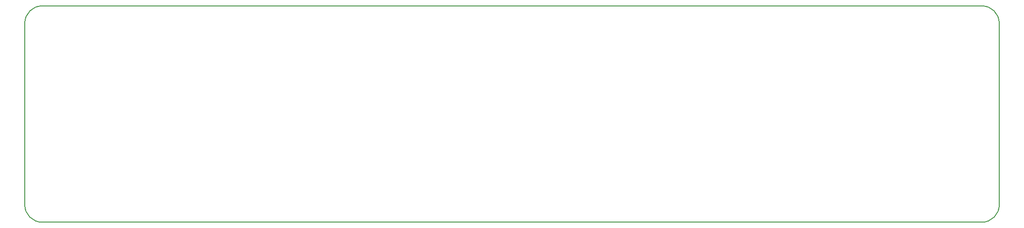
<source format=gbr>
G04 DipTrace 3.1.0.1*
G04 Top-Clock-IN12c.BoardOutline.gbr*
%MOIN*%
G04 #@! TF.FileFunction,Profile*
G04 #@! TF.Part,Single*
%ADD11C,0.005512*%
%FSLAX26Y26*%
G04*
G70*
G90*
G75*
G01*
G04 BoardOutline*
%LPD*%
X520000Y394016D2*
D11*
X7354646D1*
G03X7480630Y520000I-1J125985D01*
G01*
Y1842835D1*
G03X7354646Y1968819I-125985J-1D01*
G01*
X520000D1*
G03X394016Y1842835I1J-125985D01*
G01*
Y520000D1*
G03X520000Y394016I125985J1D01*
G01*
M02*

</source>
